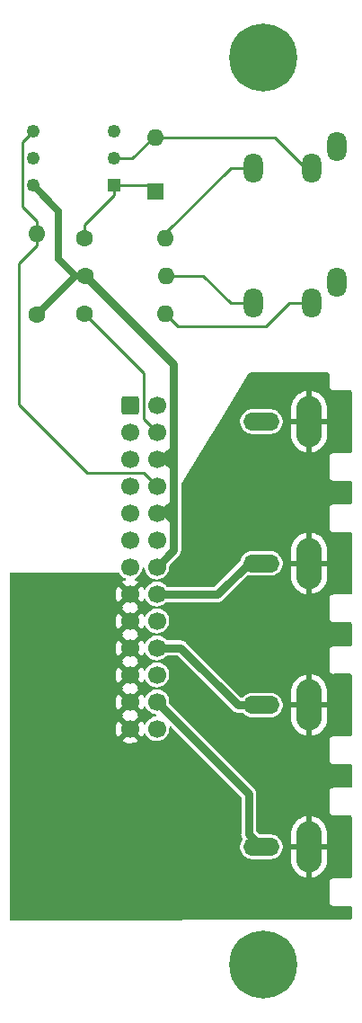
<source format=gbr>
%TF.GenerationSoftware,KiCad,Pcbnew,(6.0.7)*%
%TF.CreationDate,2022-09-20T22:55:45-07:00*%
%TF.ProjectId,waveblaster-to-midi-module,77617665-626c-4617-9374-65722d746f2d,rev?*%
%TF.SameCoordinates,PX525bfc0PY8670810*%
%TF.FileFunction,Copper,L1,Top*%
%TF.FilePolarity,Positive*%
%FSLAX46Y46*%
G04 Gerber Fmt 4.6, Leading zero omitted, Abs format (unit mm)*
G04 Created by KiCad (PCBNEW (6.0.7)) date 2022-09-20 22:55:45*
%MOMM*%
%LPD*%
G01*
G04 APERTURE LIST*
G04 Aperture macros list*
%AMRoundRect*
0 Rectangle with rounded corners*
0 $1 Rounding radius*
0 $2 $3 $4 $5 $6 $7 $8 $9 X,Y pos of 4 corners*
0 Add a 4 corners polygon primitive as box body*
4,1,4,$2,$3,$4,$5,$6,$7,$8,$9,$2,$3,0*
0 Add four circle primitives for the rounded corners*
1,1,$1+$1,$2,$3*
1,1,$1+$1,$4,$5*
1,1,$1+$1,$6,$7*
1,1,$1+$1,$8,$9*
0 Add four rect primitives between the rounded corners*
20,1,$1+$1,$2,$3,$4,$5,0*
20,1,$1+$1,$4,$5,$6,$7,0*
20,1,$1+$1,$6,$7,$8,$9,0*
20,1,$1+$1,$8,$9,$2,$3,0*%
G04 Aperture macros list end*
%TA.AperFunction,ComponentPad*%
%ADD10RoundRect,0.250000X-0.600000X-0.600000X0.600000X-0.600000X0.600000X0.600000X-0.600000X0.600000X0*%
%TD*%
%TA.AperFunction,ComponentPad*%
%ADD11C,1.700000*%
%TD*%
%TA.AperFunction,ComponentPad*%
%ADD12C,6.400000*%
%TD*%
%TA.AperFunction,ComponentPad*%
%ADD13O,1.800000X2.800000*%
%TD*%
%TA.AperFunction,ComponentPad*%
%ADD14C,1.600000*%
%TD*%
%TA.AperFunction,ComponentPad*%
%ADD15O,1.600000X1.600000*%
%TD*%
%TA.AperFunction,ComponentPad*%
%ADD16R,1.248000X1.248000*%
%TD*%
%TA.AperFunction,ComponentPad*%
%ADD17C,1.248000*%
%TD*%
%TA.AperFunction,ComponentPad*%
%ADD18O,2.400000X4.800000*%
%TD*%
%TA.AperFunction,ComponentPad*%
%ADD19O,3.400000X1.700000*%
%TD*%
%TA.AperFunction,ComponentPad*%
%ADD20R,1.600000X1.600000*%
%TD*%
%TA.AperFunction,Conductor*%
%ADD21C,0.635000*%
%TD*%
%TA.AperFunction,Conductor*%
%ADD22C,0.800000*%
%TD*%
%TA.AperFunction,Conductor*%
%ADD23C,0.254000*%
%TD*%
G04 APERTURE END LIST*
D10*
%TO.P,J7,1,Pin_1*%
%TO.N,GND*%
X168700000Y-89800000D03*
D11*
%TO.P,J7,2,Pin_2*%
%TO.N,unconnected-(J7-Pad2)*%
X171240000Y-89800000D03*
%TO.P,J7,3,Pin_3*%
%TO.N,GND*%
X168700000Y-92340000D03*
%TO.P,J7,4,Pin_4*%
%TO.N,WT_TX*%
X171240000Y-92340000D03*
%TO.P,J7,5,Pin_5*%
%TO.N,GND*%
X168700000Y-94880000D03*
%TO.P,J7,6,Pin_6*%
%TO.N,+5V*%
X171240000Y-94880000D03*
%TO.P,J7,7,Pin_7*%
%TO.N,GND*%
X168700000Y-97420000D03*
%TO.P,J7,8,Pin_8*%
%TO.N,WT_RX*%
X171240000Y-97420000D03*
%TO.P,J7,9,Pin_9*%
%TO.N,GND*%
X168700000Y-99960000D03*
%TO.P,J7,10,Pin_10*%
%TO.N,+5V*%
X171240000Y-99960000D03*
%TO.P,J7,11,Pin_11*%
%TO.N,GND*%
X168700000Y-102500000D03*
%TO.P,J7,12,Pin_12*%
%TO.N,WT_AUDIO_R_IN*%
X171240000Y-102500000D03*
%TO.P,J7,13,Pin_13*%
%TO.N,unconnected-(J7-Pad13)*%
X168700000Y-105040000D03*
%TO.P,J7,14,Pin_14*%
%TO.N,+5V*%
X171240000Y-105040000D03*
%TO.P,J7,15,Pin_15*%
%TO.N,GNDA*%
X168700000Y-107580000D03*
%TO.P,J7,16,Pin_16*%
%TO.N,WT_AUDIO_L_IN*%
X171240000Y-107580000D03*
%TO.P,J7,17,Pin_17*%
%TO.N,GNDA*%
X168700000Y-110120000D03*
%TO.P,J7,18,Pin_18*%
%TO.N,+12V*%
X171240000Y-110120000D03*
%TO.P,J7,19,Pin_19*%
%TO.N,GNDA*%
X168700000Y-112660000D03*
%TO.P,J7,20,Pin_20*%
%TO.N,WT_AUDIO_R_OUT*%
X171240000Y-112660000D03*
%TO.P,J7,21,Pin_21*%
%TO.N,GNDA*%
X168700000Y-115200000D03*
%TO.P,J7,22,Pin_22*%
%TO.N,-12V*%
X171240000Y-115200000D03*
%TO.P,J7,23,Pin_23*%
%TO.N,GNDA*%
X168700000Y-117740000D03*
%TO.P,J7,24,Pin_24*%
%TO.N,WT_AUDIO_L_OUT*%
X171240000Y-117740000D03*
%TO.P,J7,25,Pin_25*%
%TO.N,GNDA*%
X168700000Y-120280000D03*
%TO.P,J7,26,Pin_26*%
%TO.N,~{RESET}*%
X171240000Y-120280000D03*
%TD*%
D12*
%TO.P,H1,1,1*%
%TO.N,unconnected-(H1-Pad1)*%
X181216000Y-57100000D03*
%TO.P,H1,2,2*%
%TO.N,unconnected-(H1-Pad2)*%
X181216000Y-142500000D03*
%TD*%
D13*
%TO.P,J1,R*%
%TO.N,Net-(J1-PadR)*%
X180300000Y-80190000D03*
%TO.P,J1,S*%
%TO.N,GND*%
X188200000Y-78190000D03*
%TO.P,J1,T*%
%TO.N,Net-(J1-PadT)*%
X185800000Y-80190000D03*
%TD*%
D14*
%TO.P,R4,1*%
%TO.N,+5V*%
X164490000Y-77600000D03*
D15*
%TO.P,R4,2*%
%TO.N,Net-(J1-PadR)*%
X172110000Y-77600000D03*
%TD*%
D16*
%TO.P,U1,1*%
%TO.N,Net-(D1-Pad1)*%
X167160000Y-69100000D03*
D17*
%TO.P,U1,2*%
%TO.N,Net-(D1-Pad2)*%
X167160000Y-66560000D03*
%TO.P,U1,3*%
%TO.N,unconnected-(U1-Pad3)*%
X167160000Y-64020000D03*
%TO.P,U1,4*%
%TO.N,WT_RX*%
X159540000Y-64020000D03*
%TO.P,U1,5*%
%TO.N,GND*%
X159540000Y-66560000D03*
%TO.P,U1,6*%
%TO.N,+5V*%
X159540000Y-69100000D03*
%TD*%
D18*
%TO.P,J3,1*%
%TO.N,GNDA*%
X185580000Y-118050000D03*
D19*
%TO.P,J3,2*%
%TO.N,WT_AUDIO_R_OUT*%
X181080000Y-118050000D03*
%TD*%
D14*
%TO.P,R3,1*%
%TO.N,WT_TX*%
X164440000Y-81190000D03*
D15*
%TO.P,R3,2*%
%TO.N,Net-(J1-PadT)*%
X172060000Y-81190000D03*
%TD*%
D20*
%TO.P,D1,1,K*%
%TO.N,Net-(D1-Pad1)*%
X171070000Y-69649300D03*
D15*
%TO.P,D1,2,A*%
%TO.N,Net-(D1-Pad2)*%
X171070000Y-64569300D03*
%TD*%
D13*
%TO.P,J2,R*%
%TO.N,Net-(J2-PadR)*%
X180300000Y-67480000D03*
%TO.P,J2,S*%
%TO.N,unconnected-(J2-PadS)*%
X188200000Y-65480000D03*
%TO.P,J2,T*%
%TO.N,Net-(D1-Pad2)*%
X185800000Y-67480000D03*
%TD*%
D18*
%TO.P,J4,1*%
%TO.N,GNDA*%
X185580000Y-131400000D03*
D19*
%TO.P,J4,2*%
%TO.N,WT_AUDIO_L_OUT*%
X181080000Y-131400000D03*
%TD*%
D14*
%TO.P,R2,1*%
%TO.N,Net-(D1-Pad1)*%
X164440000Y-74060000D03*
D15*
%TO.P,R2,2*%
%TO.N,Net-(J2-PadR)*%
X172060000Y-74060000D03*
%TD*%
D18*
%TO.P,J5,1*%
%TO.N,GNDA*%
X185580000Y-91350000D03*
D19*
%TO.P,J5,2*%
%TO.N,WT_AUDIO_R_IN*%
X181080000Y-91350000D03*
%TD*%
D14*
%TO.P,R1,1*%
%TO.N,+5V*%
X159930000Y-81240000D03*
D15*
%TO.P,R1,2*%
%TO.N,WT_RX*%
X159930000Y-73620000D03*
%TD*%
D18*
%TO.P,J6,1*%
%TO.N,GNDA*%
X185580000Y-104700000D03*
D19*
%TO.P,J6,2*%
%TO.N,WT_AUDIO_L_IN*%
X181080000Y-104700000D03*
%TD*%
D21*
%TO.N,+5V*%
X171920000Y-94870000D02*
X172580000Y-95530000D01*
D22*
X172800000Y-85910000D02*
X172800000Y-94850000D01*
D21*
X172800000Y-94880000D02*
X171240000Y-94880000D01*
X171910070Y-99940000D02*
X172570070Y-100600000D01*
X163570000Y-77600000D02*
X164490000Y-77600000D01*
X172790070Y-99950000D02*
X171230070Y-99950000D01*
X172770000Y-94880000D02*
X171240000Y-94880000D01*
X171970000Y-94780000D02*
X172630000Y-94120000D01*
D22*
X172800000Y-103480000D02*
X172800000Y-94880000D01*
X164490000Y-77600000D02*
X172800000Y-85910000D01*
D21*
X159930000Y-81240000D02*
X163570000Y-77600000D01*
X161965000Y-75995000D02*
X163570000Y-77600000D01*
X159540000Y-69100000D02*
X161965000Y-71525000D01*
X161965000Y-71525000D02*
X161965000Y-75995000D01*
X171960070Y-99850000D02*
X172620070Y-99190000D01*
D22*
X171240000Y-105040000D02*
X172800000Y-103480000D01*
D21*
X172760070Y-99950000D02*
X171230070Y-99950000D01*
X172800000Y-94850000D02*
X172770000Y-94880000D01*
D23*
%TO.N,WT_RX*%
X159930000Y-73620000D02*
X159930000Y-74747100D01*
X158547000Y-71109900D02*
X158547000Y-65013000D01*
X159930000Y-73056400D02*
X159930000Y-72492900D01*
X164680000Y-96150000D02*
X169970000Y-96150000D01*
X158250000Y-89720000D02*
X164680000Y-96150000D01*
X169970000Y-96150000D02*
X171240000Y-97420000D01*
X159930000Y-74747100D02*
X158250000Y-76427100D01*
X159930000Y-72492900D02*
X158547000Y-71109900D01*
X158547000Y-65013000D02*
X159540000Y-64020000D01*
X159930000Y-73056400D02*
X159930000Y-73620000D01*
X158250000Y-76427100D02*
X158250000Y-89720000D01*
%TO.N,WT_TX*%
X170000000Y-91100000D02*
X171240000Y-92340000D01*
X170000000Y-86750000D02*
X170000000Y-91100000D01*
X164440000Y-81190000D02*
X170000000Y-86750000D01*
%TO.N,Net-(J1-PadR)*%
X180300000Y-80190000D02*
X178172900Y-80190000D01*
X175582900Y-77600000D02*
X172110000Y-77600000D01*
X178172900Y-80190000D02*
X175582900Y-77600000D01*
%TO.N,Net-(J1-PadT)*%
X183672900Y-80190000D02*
X184900000Y-80190000D01*
X181512900Y-82350000D02*
X183672900Y-80190000D01*
X173220000Y-82350000D02*
X181512900Y-82350000D01*
X172060000Y-81190000D02*
X173220000Y-82350000D01*
%TO.N,Net-(D1-Pad1)*%
X170520700Y-69100000D02*
X167160000Y-69100000D01*
X164440000Y-74060000D02*
X164440000Y-72771100D01*
X167160000Y-69100000D02*
X167160000Y-70051100D01*
X171070000Y-69649300D02*
X170520700Y-69100000D01*
X164440000Y-72771100D02*
X167160000Y-70051100D01*
D22*
%TO.N,WT_AUDIO_L_IN*%
X176930000Y-107650000D02*
X171310000Y-107650000D01*
X179880000Y-104700000D02*
X176930000Y-107650000D01*
X181080000Y-104700000D02*
X179880000Y-104700000D01*
X171310000Y-107650000D02*
X171240000Y-107580000D01*
%TO.N,WT_AUDIO_L_OUT*%
X179880000Y-130200000D02*
X179880000Y-126380000D01*
X179880000Y-126380000D02*
X171240000Y-117740000D01*
X181080000Y-131400000D02*
X179880000Y-130200000D01*
X181080000Y-131686000D02*
X181080000Y-131400000D01*
%TO.N,WT_AUDIO_R_OUT*%
X180794000Y-118050000D02*
X178850000Y-118050000D01*
X173460000Y-112660000D02*
X171240000Y-112660000D01*
X178850000Y-118050000D02*
X173460000Y-112660000D01*
D23*
%TO.N,Net-(D1-Pad2)*%
X170910700Y-64569300D02*
X182359300Y-64569300D01*
X167160000Y-66560000D02*
X168920000Y-66560000D01*
X185270000Y-67480000D02*
X185800000Y-67480000D01*
X182359300Y-64569300D02*
X185270000Y-67480000D01*
X168920000Y-66560000D02*
X170910700Y-64569300D01*
%TO.N,Net-(J2-PadR)*%
X172060000Y-73592900D02*
X178172900Y-67480000D01*
X178172900Y-67480000D02*
X180300000Y-67480000D01*
X172060000Y-74060000D02*
X172060000Y-73592900D01*
%TD*%
%TA.AperFunction,Conductor*%
%TO.N,GNDA*%
G36*
X187421526Y-86742335D02*
G01*
X187468067Y-86795949D01*
X187479500Y-86848394D01*
X187479500Y-87958564D01*
X187477949Y-87978274D01*
X187474508Y-88000000D01*
X187479500Y-88031519D01*
X187494354Y-88125304D01*
X187551950Y-88238342D01*
X187641658Y-88328050D01*
X187754696Y-88385646D01*
X187764485Y-88387196D01*
X187764487Y-88387197D01*
X187870207Y-88403941D01*
X187880000Y-88405492D01*
X187901726Y-88402051D01*
X187921436Y-88400500D01*
X189470758Y-88400500D01*
X189538879Y-88420502D01*
X189585372Y-88474158D01*
X189596758Y-88526493D01*
X189596827Y-90019249D01*
X189597020Y-94173494D01*
X189577021Y-94241616D01*
X189523368Y-94288111D01*
X189471020Y-94299500D01*
X187921436Y-94299500D01*
X187901726Y-94297949D01*
X187889793Y-94296059D01*
X187880000Y-94294508D01*
X187848481Y-94299500D01*
X187754696Y-94314354D01*
X187641658Y-94371950D01*
X187551950Y-94461658D01*
X187494354Y-94574696D01*
X187492804Y-94584485D01*
X187492803Y-94584487D01*
X187479487Y-94668561D01*
X187474508Y-94700000D01*
X187476059Y-94709793D01*
X187477949Y-94721726D01*
X187479500Y-94741436D01*
X187479500Y-96458564D01*
X187477949Y-96478274D01*
X187474508Y-96500000D01*
X187479500Y-96531519D01*
X187494354Y-96625304D01*
X187551950Y-96738342D01*
X187641658Y-96828050D01*
X187754696Y-96885646D01*
X187764485Y-96887196D01*
X187764487Y-96887197D01*
X187870207Y-96903941D01*
X187880000Y-96905492D01*
X187901726Y-96902051D01*
X187921436Y-96900500D01*
X189471153Y-96900500D01*
X189539274Y-96920502D01*
X189585767Y-96974158D01*
X189597153Y-97026494D01*
X189597246Y-99023494D01*
X189577247Y-99091616D01*
X189523594Y-99138111D01*
X189471246Y-99149500D01*
X187921436Y-99149500D01*
X187901726Y-99147949D01*
X187889793Y-99146059D01*
X187880000Y-99144508D01*
X187848481Y-99149500D01*
X187754696Y-99164354D01*
X187641658Y-99221950D01*
X187551950Y-99311658D01*
X187494354Y-99424696D01*
X187474508Y-99550000D01*
X187476059Y-99559793D01*
X187477949Y-99571726D01*
X187479500Y-99591436D01*
X187479500Y-101308564D01*
X187477949Y-101328274D01*
X187474508Y-101350000D01*
X187479500Y-101381519D01*
X187494354Y-101475304D01*
X187551950Y-101588342D01*
X187641658Y-101678050D01*
X187754696Y-101735646D01*
X187764485Y-101737196D01*
X187764487Y-101737197D01*
X187870207Y-101753941D01*
X187880000Y-101755492D01*
X187901726Y-101752051D01*
X187921436Y-101750500D01*
X189471379Y-101750500D01*
X189539500Y-101770502D01*
X189585993Y-101824158D01*
X189597379Y-101876493D01*
X189597473Y-103895932D01*
X189597641Y-107523494D01*
X189577642Y-107591616D01*
X189523989Y-107638111D01*
X189471641Y-107649500D01*
X187921436Y-107649500D01*
X187901726Y-107647949D01*
X187889793Y-107646059D01*
X187880000Y-107644508D01*
X187848481Y-107649500D01*
X187754696Y-107664354D01*
X187641658Y-107721950D01*
X187551950Y-107811658D01*
X187494354Y-107924696D01*
X187474508Y-108050000D01*
X187476059Y-108059793D01*
X187477949Y-108071726D01*
X187479500Y-108091436D01*
X187479500Y-109808564D01*
X187477949Y-109828274D01*
X187474508Y-109850000D01*
X187479500Y-109881519D01*
X187494354Y-109975304D01*
X187551950Y-110088342D01*
X187641658Y-110178050D01*
X187754696Y-110235646D01*
X187764485Y-110237196D01*
X187764487Y-110237197D01*
X187870207Y-110253941D01*
X187880000Y-110255492D01*
X187901726Y-110252051D01*
X187921436Y-110250500D01*
X189471774Y-110250500D01*
X189539895Y-110270502D01*
X189586388Y-110324158D01*
X189597774Y-110376493D01*
X189597804Y-111021683D01*
X189597866Y-112373494D01*
X189577867Y-112441616D01*
X189524214Y-112488111D01*
X189471866Y-112499500D01*
X187921436Y-112499500D01*
X187901726Y-112497949D01*
X187889793Y-112496059D01*
X187880000Y-112494508D01*
X187848481Y-112499500D01*
X187754696Y-112514354D01*
X187641658Y-112571950D01*
X187551950Y-112661658D01*
X187494354Y-112774696D01*
X187474508Y-112900000D01*
X187476059Y-112909793D01*
X187477949Y-112921726D01*
X187479500Y-112941436D01*
X187479500Y-114658564D01*
X187477949Y-114678274D01*
X187474508Y-114700000D01*
X187479500Y-114731519D01*
X187494354Y-114825304D01*
X187551950Y-114938342D01*
X187641658Y-115028050D01*
X187754696Y-115085646D01*
X187764485Y-115087196D01*
X187764487Y-115087197D01*
X187870207Y-115103941D01*
X187880000Y-115105492D01*
X187901726Y-115102051D01*
X187921436Y-115100500D01*
X189471999Y-115100500D01*
X189540120Y-115120502D01*
X189586613Y-115174158D01*
X189597999Y-115226493D01*
X189598124Y-117921503D01*
X189598261Y-120873494D01*
X189578262Y-120941616D01*
X189524609Y-120988111D01*
X189472261Y-120999500D01*
X187921436Y-120999500D01*
X187901726Y-120997949D01*
X187889793Y-120996059D01*
X187880000Y-120994508D01*
X187848481Y-120999500D01*
X187754696Y-121014354D01*
X187641658Y-121071950D01*
X187551950Y-121161658D01*
X187494354Y-121274696D01*
X187492804Y-121284485D01*
X187492803Y-121284487D01*
X187477488Y-121381184D01*
X187474508Y-121400000D01*
X187476059Y-121409793D01*
X187477949Y-121421726D01*
X187479500Y-121441436D01*
X187479500Y-123158564D01*
X187477949Y-123178274D01*
X187474508Y-123200000D01*
X187479500Y-123231519D01*
X187494354Y-123325304D01*
X187551950Y-123438342D01*
X187641658Y-123528050D01*
X187754696Y-123585646D01*
X187764485Y-123587196D01*
X187764487Y-123587197D01*
X187870207Y-123603941D01*
X187880000Y-123605492D01*
X187901726Y-123602051D01*
X187921436Y-123600500D01*
X189472395Y-123600500D01*
X189540516Y-123620502D01*
X189587009Y-123674158D01*
X189598395Y-123726494D01*
X189598487Y-125723494D01*
X189578488Y-125791616D01*
X189524835Y-125838111D01*
X189472487Y-125849500D01*
X187921436Y-125849500D01*
X187901726Y-125847949D01*
X187889793Y-125846059D01*
X187880000Y-125844508D01*
X187870207Y-125846059D01*
X187858274Y-125847949D01*
X187848481Y-125849500D01*
X187754696Y-125864354D01*
X187641658Y-125921950D01*
X187551950Y-126011658D01*
X187494354Y-126124696D01*
X187492804Y-126134485D01*
X187492803Y-126134487D01*
X187483527Y-126193053D01*
X187474508Y-126250000D01*
X187476059Y-126259793D01*
X187477949Y-126271726D01*
X187479500Y-126291436D01*
X187479500Y-128008564D01*
X187477949Y-128028274D01*
X187474508Y-128050000D01*
X187479500Y-128081519D01*
X187494354Y-128175304D01*
X187551950Y-128288342D01*
X187641658Y-128378050D01*
X187754696Y-128435646D01*
X187764485Y-128437196D01*
X187764487Y-128437197D01*
X187870207Y-128453941D01*
X187880000Y-128455492D01*
X187901726Y-128452051D01*
X187921436Y-128450500D01*
X189472620Y-128450500D01*
X189540741Y-128470502D01*
X189587234Y-128524158D01*
X189598620Y-128576493D01*
X189598716Y-130647147D01*
X189598882Y-134223494D01*
X189578883Y-134291616D01*
X189525230Y-134338111D01*
X189472882Y-134349500D01*
X187921436Y-134349500D01*
X187901726Y-134347949D01*
X187889793Y-134346059D01*
X187880000Y-134344508D01*
X187848481Y-134349500D01*
X187754696Y-134364354D01*
X187641658Y-134421950D01*
X187551950Y-134511658D01*
X187494354Y-134624696D01*
X187474508Y-134750000D01*
X187476059Y-134759793D01*
X187477949Y-134771726D01*
X187479500Y-134791436D01*
X187479500Y-136508564D01*
X187477949Y-136528274D01*
X187474508Y-136550000D01*
X187479500Y-136581519D01*
X187494354Y-136675304D01*
X187551950Y-136788342D01*
X187641658Y-136878050D01*
X187754696Y-136935646D01*
X187764485Y-136937196D01*
X187764487Y-136937197D01*
X187870207Y-136953941D01*
X187880000Y-136955492D01*
X187901726Y-136952051D01*
X187921436Y-136950500D01*
X189473015Y-136950500D01*
X189541136Y-136970502D01*
X189587629Y-137024158D01*
X189599015Y-137076494D01*
X189599064Y-138128459D01*
X189579065Y-138196581D01*
X189525412Y-138243076D01*
X189473369Y-138254465D01*
X157506805Y-138331888D01*
X157438636Y-138312051D01*
X157392013Y-138258508D01*
X157380500Y-138205888D01*
X157380500Y-132663687D01*
X183872000Y-132663687D01*
X183872181Y-132668453D01*
X183886321Y-132854347D01*
X183887763Y-132863770D01*
X183944281Y-133107601D01*
X183947137Y-133116714D01*
X184039880Y-133349177D01*
X184044083Y-133357757D01*
X184170923Y-133573518D01*
X184176374Y-133581361D01*
X184334393Y-133775457D01*
X184340966Y-133782383D01*
X184526521Y-133950340D01*
X184534073Y-133956198D01*
X184742902Y-134094157D01*
X184751239Y-134098798D01*
X184978535Y-134203582D01*
X184987489Y-134206912D01*
X185228027Y-134276113D01*
X185237361Y-134278045D01*
X185308034Y-134287162D01*
X185322264Y-134284904D01*
X185326000Y-134271829D01*
X185326000Y-134271578D01*
X185834000Y-134271578D01*
X185837773Y-134284429D01*
X185852870Y-134286349D01*
X186001308Y-134260042D01*
X186010540Y-134257671D01*
X186247556Y-134177215D01*
X186256325Y-134173475D01*
X186478447Y-134058091D01*
X186486547Y-134053069D01*
X186688659Y-133905416D01*
X186695915Y-133899219D01*
X186873356Y-133722704D01*
X186879596Y-133715475D01*
X187028300Y-133514147D01*
X187033370Y-133506066D01*
X187149910Y-133284560D01*
X187153699Y-133275804D01*
X187235395Y-133039212D01*
X187237814Y-133029990D01*
X187282917Y-132783031D01*
X187283853Y-132775025D01*
X187287912Y-132697573D01*
X187288000Y-132694237D01*
X187288000Y-131672115D01*
X187283525Y-131656876D01*
X187282135Y-131655671D01*
X187274452Y-131654000D01*
X185852115Y-131654000D01*
X185836876Y-131658475D01*
X185835671Y-131659865D01*
X185834000Y-131667548D01*
X185834000Y-134271578D01*
X185326000Y-134271578D01*
X185326000Y-131672115D01*
X185321525Y-131656876D01*
X185320135Y-131655671D01*
X185312452Y-131654000D01*
X183890115Y-131654000D01*
X183874876Y-131658475D01*
X183873671Y-131659865D01*
X183872000Y-131667548D01*
X183872000Y-132663687D01*
X157380500Y-132663687D01*
X157380500Y-121404853D01*
X167939977Y-121404853D01*
X167945258Y-121411907D01*
X168106756Y-121506279D01*
X168116042Y-121510729D01*
X168315001Y-121586703D01*
X168324899Y-121589579D01*
X168533595Y-121632038D01*
X168543823Y-121633257D01*
X168756650Y-121641062D01*
X168766936Y-121640595D01*
X168978185Y-121613534D01*
X168988262Y-121611392D01*
X169192255Y-121550191D01*
X169201842Y-121546433D01*
X169393098Y-121452738D01*
X169401944Y-121447465D01*
X169449247Y-121413723D01*
X169457648Y-121403023D01*
X169450660Y-121389870D01*
X168712812Y-120652022D01*
X168698868Y-120644408D01*
X168697035Y-120644539D01*
X168690420Y-120648790D01*
X167946737Y-121392473D01*
X167939977Y-121404853D01*
X157380500Y-121404853D01*
X157380500Y-120251863D01*
X167338050Y-120251863D01*
X167350309Y-120464477D01*
X167351745Y-120474697D01*
X167398565Y-120682446D01*
X167401645Y-120692275D01*
X167481770Y-120889603D01*
X167486413Y-120898794D01*
X167566460Y-121029420D01*
X167576916Y-121038880D01*
X167585694Y-121035096D01*
X168327978Y-120292812D01*
X168335592Y-120278868D01*
X168335461Y-120277035D01*
X168331210Y-120270420D01*
X167589849Y-119529059D01*
X167578313Y-119522759D01*
X167566031Y-119532382D01*
X167518089Y-119602662D01*
X167513004Y-119611613D01*
X167423338Y-119804783D01*
X167419775Y-119814470D01*
X167362864Y-120019681D01*
X167360933Y-120029800D01*
X167338302Y-120241574D01*
X167338050Y-120251863D01*
X157380500Y-120251863D01*
X157380500Y-118864853D01*
X167939977Y-118864853D01*
X167945258Y-118871907D01*
X167992479Y-118899501D01*
X168041203Y-118951139D01*
X168054274Y-119020922D01*
X168027543Y-119086694D01*
X167987087Y-119120053D01*
X167978466Y-119124541D01*
X167969734Y-119130039D01*
X167949677Y-119145099D01*
X167941223Y-119156427D01*
X167947968Y-119168758D01*
X168687188Y-119907978D01*
X168701132Y-119915592D01*
X168702965Y-119915461D01*
X168709580Y-119911210D01*
X169453389Y-119167401D01*
X169460410Y-119154544D01*
X169453611Y-119145213D01*
X169449559Y-119142521D01*
X169412116Y-119121852D01*
X169362145Y-119071420D01*
X169347373Y-119001977D01*
X169372489Y-118935572D01*
X169399840Y-118908965D01*
X169449247Y-118873723D01*
X169457648Y-118863023D01*
X169450660Y-118849870D01*
X168712812Y-118112022D01*
X168698868Y-118104408D01*
X168697035Y-118104539D01*
X168690420Y-118108790D01*
X167946737Y-118852473D01*
X167939977Y-118864853D01*
X157380500Y-118864853D01*
X157380500Y-117711863D01*
X167338050Y-117711863D01*
X167350309Y-117924477D01*
X167351745Y-117934697D01*
X167398565Y-118142446D01*
X167401645Y-118152275D01*
X167481770Y-118349603D01*
X167486413Y-118358794D01*
X167566460Y-118489420D01*
X167576916Y-118498880D01*
X167585694Y-118495096D01*
X168327978Y-117752812D01*
X168335592Y-117738868D01*
X168335461Y-117737035D01*
X168331210Y-117730420D01*
X167589849Y-116989059D01*
X167578313Y-116982759D01*
X167566031Y-116992382D01*
X167518089Y-117062662D01*
X167513004Y-117071613D01*
X167423338Y-117264783D01*
X167419775Y-117274470D01*
X167362864Y-117479681D01*
X167360933Y-117489800D01*
X167338302Y-117701574D01*
X167338050Y-117711863D01*
X157380500Y-117711863D01*
X157380500Y-116324853D01*
X167939977Y-116324853D01*
X167945258Y-116331907D01*
X167992479Y-116359501D01*
X168041203Y-116411139D01*
X168054274Y-116480922D01*
X168027543Y-116546694D01*
X167987087Y-116580053D01*
X167978466Y-116584541D01*
X167969734Y-116590039D01*
X167949677Y-116605099D01*
X167941223Y-116616427D01*
X167947968Y-116628758D01*
X168687188Y-117367978D01*
X168701132Y-117375592D01*
X168702965Y-117375461D01*
X168709580Y-117371210D01*
X169453389Y-116627401D01*
X169460410Y-116614544D01*
X169453611Y-116605213D01*
X169449559Y-116602521D01*
X169412116Y-116581852D01*
X169362145Y-116531420D01*
X169347373Y-116461977D01*
X169372489Y-116395572D01*
X169399840Y-116368965D01*
X169449247Y-116333723D01*
X169457648Y-116323023D01*
X169450660Y-116309870D01*
X168712812Y-115572022D01*
X168698868Y-115564408D01*
X168697035Y-115564539D01*
X168690420Y-115568790D01*
X167946737Y-116312473D01*
X167939977Y-116324853D01*
X157380500Y-116324853D01*
X157380500Y-115171863D01*
X167338050Y-115171863D01*
X167350309Y-115384477D01*
X167351745Y-115394697D01*
X167398565Y-115602446D01*
X167401645Y-115612275D01*
X167481770Y-115809603D01*
X167486413Y-115818794D01*
X167566460Y-115949420D01*
X167576916Y-115958880D01*
X167585694Y-115955096D01*
X168327978Y-115212812D01*
X168335592Y-115198868D01*
X168335461Y-115197035D01*
X168331210Y-115190420D01*
X167589849Y-114449059D01*
X167578313Y-114442759D01*
X167566031Y-114452382D01*
X167518089Y-114522662D01*
X167513004Y-114531613D01*
X167423338Y-114724783D01*
X167419775Y-114734470D01*
X167362864Y-114939681D01*
X167360933Y-114949800D01*
X167338302Y-115161574D01*
X167338050Y-115171863D01*
X157380500Y-115171863D01*
X157380500Y-113784853D01*
X167939977Y-113784853D01*
X167945258Y-113791907D01*
X167992479Y-113819501D01*
X168041203Y-113871139D01*
X168054274Y-113940922D01*
X168027543Y-114006694D01*
X167987087Y-114040053D01*
X167978466Y-114044541D01*
X167969734Y-114050039D01*
X167949677Y-114065099D01*
X167941223Y-114076427D01*
X167947968Y-114088758D01*
X168687188Y-114827978D01*
X168701132Y-114835592D01*
X168702965Y-114835461D01*
X168709580Y-114831210D01*
X169453389Y-114087401D01*
X169460410Y-114074544D01*
X169453611Y-114065213D01*
X169449559Y-114062521D01*
X169412116Y-114041852D01*
X169362145Y-113991420D01*
X169347373Y-113921977D01*
X169372489Y-113855572D01*
X169399840Y-113828965D01*
X169449247Y-113793723D01*
X169457648Y-113783023D01*
X169450660Y-113769870D01*
X168712812Y-113032022D01*
X168698868Y-113024408D01*
X168697035Y-113024539D01*
X168690420Y-113028790D01*
X167946737Y-113772473D01*
X167939977Y-113784853D01*
X157380500Y-113784853D01*
X157380500Y-112631863D01*
X167338050Y-112631863D01*
X167350309Y-112844477D01*
X167351745Y-112854697D01*
X167398565Y-113062446D01*
X167401645Y-113072275D01*
X167481770Y-113269603D01*
X167486413Y-113278794D01*
X167566460Y-113409420D01*
X167576916Y-113418880D01*
X167585694Y-113415096D01*
X168327978Y-112672812D01*
X168335592Y-112658868D01*
X168335461Y-112657035D01*
X168331210Y-112650420D01*
X167589849Y-111909059D01*
X167578313Y-111902759D01*
X167566031Y-111912382D01*
X167518089Y-111982662D01*
X167513004Y-111991613D01*
X167423338Y-112184783D01*
X167419775Y-112194470D01*
X167362864Y-112399681D01*
X167360933Y-112409800D01*
X167338302Y-112621574D01*
X167338050Y-112631863D01*
X157380500Y-112631863D01*
X157380500Y-111244853D01*
X167939977Y-111244853D01*
X167945258Y-111251907D01*
X167992479Y-111279501D01*
X168041203Y-111331139D01*
X168054274Y-111400922D01*
X168027543Y-111466694D01*
X167987087Y-111500053D01*
X167978466Y-111504541D01*
X167969734Y-111510039D01*
X167949677Y-111525099D01*
X167941223Y-111536427D01*
X167947968Y-111548758D01*
X168687188Y-112287978D01*
X168701132Y-112295592D01*
X168702965Y-112295461D01*
X168709580Y-112291210D01*
X169453389Y-111547401D01*
X169460410Y-111534544D01*
X169453611Y-111525213D01*
X169449559Y-111522521D01*
X169412116Y-111501852D01*
X169362145Y-111451420D01*
X169347373Y-111381977D01*
X169372489Y-111315572D01*
X169399840Y-111288965D01*
X169449247Y-111253723D01*
X169457648Y-111243023D01*
X169450660Y-111229870D01*
X168712812Y-110492022D01*
X168698868Y-110484408D01*
X168697035Y-110484539D01*
X168690420Y-110488790D01*
X167946737Y-111232473D01*
X167939977Y-111244853D01*
X157380500Y-111244853D01*
X157380500Y-110091863D01*
X167338050Y-110091863D01*
X167350309Y-110304477D01*
X167351745Y-110314697D01*
X167398565Y-110522446D01*
X167401645Y-110532275D01*
X167481770Y-110729603D01*
X167486413Y-110738794D01*
X167566460Y-110869420D01*
X167576916Y-110878880D01*
X167585694Y-110875096D01*
X168327978Y-110132812D01*
X168335592Y-110118868D01*
X168335461Y-110117035D01*
X168331210Y-110110420D01*
X167589849Y-109369059D01*
X167578313Y-109362759D01*
X167566031Y-109372382D01*
X167518089Y-109442662D01*
X167513004Y-109451613D01*
X167423338Y-109644783D01*
X167419775Y-109654470D01*
X167362864Y-109859681D01*
X167360933Y-109869800D01*
X167338302Y-110081574D01*
X167338050Y-110091863D01*
X157380500Y-110091863D01*
X157380500Y-108704853D01*
X167939977Y-108704853D01*
X167945258Y-108711907D01*
X167992479Y-108739501D01*
X168041203Y-108791139D01*
X168054274Y-108860922D01*
X168027543Y-108926694D01*
X167987087Y-108960053D01*
X167978466Y-108964541D01*
X167969734Y-108970039D01*
X167949677Y-108985099D01*
X167941223Y-108996427D01*
X167947968Y-109008758D01*
X168687188Y-109747978D01*
X168701132Y-109755592D01*
X168702965Y-109755461D01*
X168709580Y-109751210D01*
X169453389Y-109007401D01*
X169460410Y-108994544D01*
X169453611Y-108985213D01*
X169449559Y-108982521D01*
X169412116Y-108961852D01*
X169362145Y-108911420D01*
X169347373Y-108841977D01*
X169372489Y-108775572D01*
X169399840Y-108748965D01*
X169449247Y-108713723D01*
X169457648Y-108703023D01*
X169450660Y-108689870D01*
X168712812Y-107952022D01*
X168698868Y-107944408D01*
X168697035Y-107944539D01*
X168690420Y-107948790D01*
X167946737Y-108692473D01*
X167939977Y-108704853D01*
X157380500Y-108704853D01*
X157380500Y-107551863D01*
X167338050Y-107551863D01*
X167350309Y-107764477D01*
X167351745Y-107774697D01*
X167398565Y-107982446D01*
X167401645Y-107992275D01*
X167481770Y-108189603D01*
X167486413Y-108198794D01*
X167566460Y-108329420D01*
X167576916Y-108338880D01*
X167585694Y-108335096D01*
X168327978Y-107592812D01*
X168335592Y-107578868D01*
X168335461Y-107577035D01*
X168331210Y-107570420D01*
X167589849Y-106829059D01*
X167578313Y-106822759D01*
X167566031Y-106832382D01*
X167518089Y-106902662D01*
X167513004Y-106911613D01*
X167423338Y-107104783D01*
X167419775Y-107114470D01*
X167362864Y-107319681D01*
X167360933Y-107329800D01*
X167338302Y-107541574D01*
X167338050Y-107551863D01*
X157380500Y-107551863D01*
X157380500Y-105666196D01*
X157400502Y-105598075D01*
X157454158Y-105551582D01*
X157506613Y-105540196D01*
X163355817Y-105545460D01*
X167582261Y-105549264D01*
X167650364Y-105569327D01*
X167691267Y-105612263D01*
X167692775Y-105614875D01*
X167695195Y-105620124D01*
X167817740Y-105793521D01*
X167969832Y-105941683D01*
X167974628Y-105944888D01*
X167974631Y-105944890D01*
X168002763Y-105963687D01*
X168146377Y-106059647D01*
X168151680Y-106061926D01*
X168151685Y-106061928D01*
X168179293Y-106073789D01*
X168199862Y-106082626D01*
X168254554Y-106127892D01*
X168276092Y-106195543D01*
X168257635Y-106264099D01*
X168205045Y-106311794D01*
X168189271Y-106318157D01*
X168176873Y-106322210D01*
X168167359Y-106326209D01*
X167978466Y-106424540D01*
X167969734Y-106430039D01*
X167949677Y-106445099D01*
X167941223Y-106456427D01*
X167947968Y-106468758D01*
X168687188Y-107207978D01*
X168701132Y-107215592D01*
X168702965Y-107215461D01*
X168709580Y-107211210D01*
X169453389Y-106467401D01*
X169460410Y-106454544D01*
X169453611Y-106445213D01*
X169449554Y-106442518D01*
X169263117Y-106339599D01*
X169253704Y-106335368D01*
X169208197Y-106319253D01*
X169150660Y-106277658D01*
X169124745Y-106211560D01*
X169138679Y-106141945D01*
X169188690Y-106090546D01*
X169357172Y-105996192D01*
X169520420Y-105860420D01*
X169656192Y-105697172D01*
X169759940Y-105511916D01*
X169790565Y-105421699D01*
X169826335Y-105316324D01*
X169826336Y-105316319D01*
X169828191Y-105310855D01*
X169829019Y-105305146D01*
X169829020Y-105305141D01*
X169840387Y-105226742D01*
X169843287Y-105206738D01*
X169872857Y-105142193D01*
X169932628Y-105103881D01*
X170003625Y-105103965D01*
X170063305Y-105142420D01*
X170092722Y-105207036D01*
X170093565Y-105215147D01*
X170093658Y-105215733D01*
X170094036Y-105221503D01*
X170146301Y-105427299D01*
X170235195Y-105620124D01*
X170357740Y-105793521D01*
X170509832Y-105941683D01*
X170514628Y-105944888D01*
X170514631Y-105944890D01*
X170542763Y-105963687D01*
X170686377Y-106059647D01*
X170691685Y-106061928D01*
X170691686Y-106061928D01*
X170876160Y-106141184D01*
X170876163Y-106141185D01*
X170881463Y-106143462D01*
X170887092Y-106144736D01*
X170887093Y-106144736D01*
X171082087Y-106188859D01*
X171144114Y-106223402D01*
X171177618Y-106285996D01*
X171171964Y-106356767D01*
X171128945Y-106413246D01*
X171075617Y-106435932D01*
X170945395Y-106458308D01*
X170945392Y-106458309D01*
X170939705Y-106459286D01*
X170740500Y-106532776D01*
X170558023Y-106641339D01*
X170398385Y-106781337D01*
X170394818Y-106785862D01*
X170394813Y-106785867D01*
X170272663Y-106940814D01*
X170266933Y-106948083D01*
X170264245Y-106953192D01*
X170191702Y-107091074D01*
X170142282Y-107142047D01*
X170073150Y-107158210D01*
X170006254Y-107134431D01*
X169964643Y-107082649D01*
X169902972Y-106940814D01*
X169898105Y-106931739D01*
X169833063Y-106831197D01*
X169822377Y-106821995D01*
X169812812Y-106826398D01*
X169072022Y-107567188D01*
X169064408Y-107581132D01*
X169064539Y-107582965D01*
X169068790Y-107589580D01*
X169810474Y-108331264D01*
X169822484Y-108337823D01*
X169834223Y-108328855D01*
X169865004Y-108286019D01*
X169870315Y-108277180D01*
X169964673Y-108086260D01*
X169965578Y-108083976D01*
X169966191Y-108083191D01*
X169966964Y-108081626D01*
X169967287Y-108081786D01*
X170009253Y-108028003D01*
X170076256Y-108004527D01*
X170145314Y-108021003D01*
X170197155Y-108077609D01*
X170235195Y-108160124D01*
X170357740Y-108333521D01*
X170509832Y-108481683D01*
X170514628Y-108484888D01*
X170514631Y-108484890D01*
X170585886Y-108532501D01*
X170686377Y-108599647D01*
X170691685Y-108601928D01*
X170691686Y-108601928D01*
X170876160Y-108681184D01*
X170876163Y-108681185D01*
X170881463Y-108683462D01*
X170887092Y-108684736D01*
X170887093Y-108684736D01*
X171082087Y-108728859D01*
X171144114Y-108763402D01*
X171177618Y-108825996D01*
X171171964Y-108896767D01*
X171128945Y-108953246D01*
X171075617Y-108975932D01*
X170945395Y-108998308D01*
X170945392Y-108998309D01*
X170939705Y-108999286D01*
X170740500Y-109072776D01*
X170558023Y-109181339D01*
X170398385Y-109321337D01*
X170394818Y-109325862D01*
X170394813Y-109325867D01*
X170272663Y-109480814D01*
X170266933Y-109488083D01*
X170264245Y-109493192D01*
X170191702Y-109631074D01*
X170142282Y-109682047D01*
X170073150Y-109698210D01*
X170006254Y-109674431D01*
X169964643Y-109622649D01*
X169902972Y-109480814D01*
X169898105Y-109471739D01*
X169833063Y-109371197D01*
X169822377Y-109361995D01*
X169812812Y-109366398D01*
X169072022Y-110107188D01*
X169064408Y-110121132D01*
X169064539Y-110122965D01*
X169068790Y-110129580D01*
X169810474Y-110871264D01*
X169822484Y-110877823D01*
X169834223Y-110868855D01*
X169865004Y-110826019D01*
X169870315Y-110817180D01*
X169964673Y-110626260D01*
X169965578Y-110623976D01*
X169966191Y-110623191D01*
X169966964Y-110621626D01*
X169967287Y-110621786D01*
X170009253Y-110568003D01*
X170076256Y-110544527D01*
X170145314Y-110561003D01*
X170197155Y-110617609D01*
X170235195Y-110700124D01*
X170357740Y-110873521D01*
X170509832Y-111021683D01*
X170514628Y-111024888D01*
X170514631Y-111024890D01*
X170585886Y-111072501D01*
X170686377Y-111139647D01*
X170691685Y-111141928D01*
X170691686Y-111141928D01*
X170876160Y-111221184D01*
X170876163Y-111221185D01*
X170881463Y-111223462D01*
X170887092Y-111224736D01*
X170887093Y-111224736D01*
X171082087Y-111268859D01*
X171144114Y-111303402D01*
X171177618Y-111365996D01*
X171171964Y-111436767D01*
X171128945Y-111493246D01*
X171075617Y-111515932D01*
X170945395Y-111538308D01*
X170945392Y-111538309D01*
X170939705Y-111539286D01*
X170740500Y-111612776D01*
X170558023Y-111721339D01*
X170398385Y-111861337D01*
X170394818Y-111865862D01*
X170394813Y-111865867D01*
X170272663Y-112020814D01*
X170266933Y-112028083D01*
X170264245Y-112033192D01*
X170191702Y-112171074D01*
X170142282Y-112222047D01*
X170073150Y-112238210D01*
X170006254Y-112214431D01*
X169964643Y-112162649D01*
X169902972Y-112020814D01*
X169898105Y-112011739D01*
X169833063Y-111911197D01*
X169822377Y-111901995D01*
X169812812Y-111906398D01*
X169072022Y-112647188D01*
X169064408Y-112661132D01*
X169064539Y-112662965D01*
X169068790Y-112669580D01*
X169810474Y-113411264D01*
X169822484Y-113417823D01*
X169834223Y-113408855D01*
X169865004Y-113366019D01*
X169870315Y-113357180D01*
X169964673Y-113166260D01*
X169965578Y-113163976D01*
X169966191Y-113163191D01*
X169966964Y-113161626D01*
X169967287Y-113161786D01*
X170009253Y-113108003D01*
X170076256Y-113084527D01*
X170145314Y-113101003D01*
X170197155Y-113157609D01*
X170235195Y-113240124D01*
X170357740Y-113413521D01*
X170509832Y-113561683D01*
X170514628Y-113564888D01*
X170514631Y-113564890D01*
X170585886Y-113612501D01*
X170686377Y-113679647D01*
X170691685Y-113681928D01*
X170691686Y-113681928D01*
X170876160Y-113761184D01*
X170876163Y-113761185D01*
X170881463Y-113763462D01*
X170887092Y-113764736D01*
X170887093Y-113764736D01*
X171082087Y-113808859D01*
X171144114Y-113843402D01*
X171177618Y-113905996D01*
X171171964Y-113976767D01*
X171128945Y-114033246D01*
X171075617Y-114055932D01*
X170945395Y-114078308D01*
X170945392Y-114078309D01*
X170939705Y-114079286D01*
X170740500Y-114152776D01*
X170558023Y-114261339D01*
X170398385Y-114401337D01*
X170394818Y-114405862D01*
X170394813Y-114405867D01*
X170272663Y-114560814D01*
X170266933Y-114568083D01*
X170264245Y-114573192D01*
X170191702Y-114711074D01*
X170142282Y-114762047D01*
X170073150Y-114778210D01*
X170006254Y-114754431D01*
X169964643Y-114702649D01*
X169902972Y-114560814D01*
X169898105Y-114551739D01*
X169833063Y-114451197D01*
X169822377Y-114441995D01*
X169812812Y-114446398D01*
X169072022Y-115187188D01*
X169064408Y-115201132D01*
X169064539Y-115202965D01*
X169068790Y-115209580D01*
X169810474Y-115951264D01*
X169822484Y-115957823D01*
X169834223Y-115948855D01*
X169865004Y-115906019D01*
X169870315Y-115897180D01*
X169964673Y-115706260D01*
X169965578Y-115703976D01*
X169966191Y-115703191D01*
X169966964Y-115701626D01*
X169967287Y-115701786D01*
X170009253Y-115648003D01*
X170076256Y-115624527D01*
X170145314Y-115641003D01*
X170197155Y-115697609D01*
X170235195Y-115780124D01*
X170357740Y-115953521D01*
X170430202Y-116024111D01*
X170500142Y-116092243D01*
X170509832Y-116101683D01*
X170514628Y-116104888D01*
X170514631Y-116104890D01*
X170585886Y-116152501D01*
X170686377Y-116219647D01*
X170691685Y-116221928D01*
X170691686Y-116221928D01*
X170876160Y-116301184D01*
X170876163Y-116301185D01*
X170881463Y-116303462D01*
X170887092Y-116304736D01*
X170887093Y-116304736D01*
X171082087Y-116348859D01*
X171144114Y-116383402D01*
X171177618Y-116445996D01*
X171171964Y-116516767D01*
X171128945Y-116573246D01*
X171075617Y-116595932D01*
X170945395Y-116618308D01*
X170945392Y-116618309D01*
X170939705Y-116619286D01*
X170740500Y-116692776D01*
X170558023Y-116801339D01*
X170398385Y-116941337D01*
X170394818Y-116945862D01*
X170394813Y-116945867D01*
X170272663Y-117100814D01*
X170266933Y-117108083D01*
X170264245Y-117113192D01*
X170191702Y-117251074D01*
X170142282Y-117302047D01*
X170073150Y-117318210D01*
X170006254Y-117294431D01*
X169964643Y-117242649D01*
X169902972Y-117100814D01*
X169898105Y-117091739D01*
X169833063Y-116991197D01*
X169822377Y-116981995D01*
X169812812Y-116986398D01*
X169072022Y-117727188D01*
X169064408Y-117741132D01*
X169064539Y-117742965D01*
X169068790Y-117749580D01*
X169810474Y-118491264D01*
X169822484Y-118497823D01*
X169834223Y-118488855D01*
X169865004Y-118446019D01*
X169870315Y-118437180D01*
X169964673Y-118246260D01*
X169965578Y-118243976D01*
X169966191Y-118243191D01*
X169966964Y-118241626D01*
X169967287Y-118241786D01*
X170009253Y-118188003D01*
X170076256Y-118164527D01*
X170145314Y-118181003D01*
X170197155Y-118237609D01*
X170235195Y-118320124D01*
X170357740Y-118493521D01*
X170509832Y-118641683D01*
X170514628Y-118644888D01*
X170514631Y-118644890D01*
X170634289Y-118724843D01*
X170686377Y-118759647D01*
X170691685Y-118761928D01*
X170691686Y-118761928D01*
X170876160Y-118841184D01*
X170876163Y-118841185D01*
X170881463Y-118843462D01*
X170887092Y-118844736D01*
X170887093Y-118844736D01*
X171082087Y-118888859D01*
X171144114Y-118923402D01*
X171177618Y-118985996D01*
X171171964Y-119056767D01*
X171128945Y-119113246D01*
X171075617Y-119135932D01*
X170945395Y-119158308D01*
X170945392Y-119158309D01*
X170939705Y-119159286D01*
X170740500Y-119232776D01*
X170558023Y-119341339D01*
X170398385Y-119481337D01*
X170394818Y-119485862D01*
X170394813Y-119485867D01*
X170272663Y-119640814D01*
X170266933Y-119648083D01*
X170264245Y-119653192D01*
X170191702Y-119791074D01*
X170142282Y-119842047D01*
X170073150Y-119858210D01*
X170006254Y-119834431D01*
X169964643Y-119782649D01*
X169902972Y-119640814D01*
X169898105Y-119631739D01*
X169833063Y-119531197D01*
X169822377Y-119521995D01*
X169812812Y-119526398D01*
X169072022Y-120267188D01*
X169064408Y-120281132D01*
X169064539Y-120282965D01*
X169068790Y-120289580D01*
X169810474Y-121031264D01*
X169822484Y-121037823D01*
X169834223Y-121028855D01*
X169865004Y-120986019D01*
X169870315Y-120977180D01*
X169964673Y-120786260D01*
X169965578Y-120783976D01*
X169966191Y-120783191D01*
X169966964Y-120781626D01*
X169967287Y-120781786D01*
X170009253Y-120728003D01*
X170076256Y-120704527D01*
X170145314Y-120721003D01*
X170197155Y-120777609D01*
X170235195Y-120860124D01*
X170357740Y-121033521D01*
X170509832Y-121181683D01*
X170514628Y-121184888D01*
X170514631Y-121184890D01*
X170585886Y-121232501D01*
X170686377Y-121299647D01*
X170691685Y-121301928D01*
X170691686Y-121301928D01*
X170876160Y-121381184D01*
X170876163Y-121381185D01*
X170881463Y-121383462D01*
X170887092Y-121384736D01*
X170887093Y-121384736D01*
X171082921Y-121429048D01*
X171082924Y-121429048D01*
X171088557Y-121430323D01*
X171094328Y-121430550D01*
X171094330Y-121430550D01*
X171159086Y-121433094D01*
X171300723Y-121438659D01*
X171417507Y-121421726D01*
X171505141Y-121409020D01*
X171505146Y-121409019D01*
X171510855Y-121408191D01*
X171516319Y-121406336D01*
X171516324Y-121406335D01*
X171706448Y-121341796D01*
X171711916Y-121339940D01*
X171897172Y-121236192D01*
X172060420Y-121100420D01*
X172196192Y-120937172D01*
X172299940Y-120751916D01*
X172328664Y-120667299D01*
X172366335Y-120556324D01*
X172366336Y-120556319D01*
X172368191Y-120550855D01*
X172369019Y-120545146D01*
X172369020Y-120545141D01*
X172398126Y-120344397D01*
X172398659Y-120340723D01*
X172400249Y-120280000D01*
X172393458Y-120206093D01*
X172407143Y-120136428D01*
X172456319Y-120085221D01*
X172525374Y-120068729D01*
X172592382Y-120092189D01*
X172608024Y-120105469D01*
X179137795Y-126635240D01*
X179171821Y-126697552D01*
X179174700Y-126724335D01*
X179174700Y-130171191D01*
X179174408Y-130179762D01*
X179170493Y-130237184D01*
X179171798Y-130244660D01*
X179171798Y-130244663D01*
X179181430Y-130299850D01*
X179182393Y-130306375D01*
X179190029Y-130369473D01*
X179192713Y-130376577D01*
X179193427Y-130379483D01*
X179197688Y-130395055D01*
X179198539Y-130397874D01*
X179199844Y-130405351D01*
X179202893Y-130412297D01*
X179202894Y-130412300D01*
X179225405Y-130463581D01*
X179227895Y-130469685D01*
X179250370Y-130529163D01*
X179254674Y-130535424D01*
X179256056Y-130538069D01*
X179263871Y-130552110D01*
X179265405Y-130554704D01*
X179268460Y-130561664D01*
X179273087Y-130567694D01*
X179283241Y-130580927D01*
X179308841Y-130647147D01*
X179294576Y-130716696D01*
X179289841Y-130724863D01*
X179196211Y-130873258D01*
X179117530Y-131070471D01*
X179116403Y-131076139D01*
X179116402Y-131076141D01*
X179102507Y-131146000D01*
X179076107Y-131278721D01*
X179076031Y-131284496D01*
X179076031Y-131284500D01*
X179075711Y-131308968D01*
X179073328Y-131491032D01*
X179109286Y-131700295D01*
X179182776Y-131899500D01*
X179291339Y-132081977D01*
X179431337Y-132241615D01*
X179435862Y-132245182D01*
X179435867Y-132245187D01*
X179593549Y-132369493D01*
X179598083Y-132373067D01*
X179603192Y-132375755D01*
X179780880Y-132469241D01*
X179780885Y-132469243D01*
X179785992Y-132471930D01*
X179988771Y-132534895D01*
X180161176Y-132555300D01*
X181983861Y-132555300D01*
X182068671Y-132547507D01*
X182135685Y-132541350D01*
X182135688Y-132541349D01*
X182141439Y-132540821D01*
X182160044Y-132535574D01*
X182340236Y-132484754D01*
X182340235Y-132484754D01*
X182345796Y-132483186D01*
X182536228Y-132389275D01*
X182706358Y-132262233D01*
X182850487Y-132106315D01*
X182963789Y-131926742D01*
X183042470Y-131729529D01*
X183056327Y-131659865D01*
X183082766Y-131526946D01*
X183082766Y-131526944D01*
X183083893Y-131521279D01*
X183084215Y-131496730D01*
X183086596Y-131314750D01*
X183086672Y-131308968D01*
X183055556Y-131127885D01*
X183872000Y-131127885D01*
X183876475Y-131143124D01*
X183877865Y-131144329D01*
X183885548Y-131146000D01*
X185307885Y-131146000D01*
X185323124Y-131141525D01*
X185324329Y-131140135D01*
X185326000Y-131132452D01*
X185326000Y-131127885D01*
X185834000Y-131127885D01*
X185838475Y-131143124D01*
X185839865Y-131144329D01*
X185847548Y-131146000D01*
X187269885Y-131146000D01*
X187285124Y-131141525D01*
X187286329Y-131140135D01*
X187288000Y-131132452D01*
X187288000Y-130136313D01*
X187287819Y-130131547D01*
X187273679Y-129945653D01*
X187272237Y-129936230D01*
X187215719Y-129692399D01*
X187212863Y-129683286D01*
X187120120Y-129450823D01*
X187115917Y-129442243D01*
X186989077Y-129226482D01*
X186983626Y-129218639D01*
X186825607Y-129024543D01*
X186819034Y-129017617D01*
X186633479Y-128849660D01*
X186625927Y-128843802D01*
X186417098Y-128705843D01*
X186408761Y-128701202D01*
X186181465Y-128596418D01*
X186172511Y-128593088D01*
X185931973Y-128523887D01*
X185922639Y-128521955D01*
X185851966Y-128512838D01*
X185837736Y-128515096D01*
X185834000Y-128528171D01*
X185834000Y-131127885D01*
X185326000Y-131127885D01*
X185326000Y-128528422D01*
X185322227Y-128515571D01*
X185307130Y-128513651D01*
X185158692Y-128539958D01*
X185149460Y-128542329D01*
X184912444Y-128622785D01*
X184903675Y-128626525D01*
X184681553Y-128741909D01*
X184673453Y-128746931D01*
X184471341Y-128894584D01*
X184464085Y-128900781D01*
X184286644Y-129077296D01*
X184280404Y-129084525D01*
X184131700Y-129285853D01*
X184126630Y-129293934D01*
X184010090Y-129515440D01*
X184006301Y-129524196D01*
X183924605Y-129760788D01*
X183922186Y-129770010D01*
X183877083Y-130016969D01*
X183876147Y-130024975D01*
X183872088Y-130102427D01*
X183872000Y-130105763D01*
X183872000Y-131127885D01*
X183055556Y-131127885D01*
X183050714Y-131099705D01*
X182977224Y-130900500D01*
X182868661Y-130718023D01*
X182728663Y-130558385D01*
X182724138Y-130554818D01*
X182724133Y-130554813D01*
X182566451Y-130430507D01*
X182566449Y-130430506D01*
X182561917Y-130426933D01*
X182520896Y-130405351D01*
X182379120Y-130330759D01*
X182379115Y-130330757D01*
X182374008Y-130328070D01*
X182171229Y-130265105D01*
X181998824Y-130244700D01*
X180974334Y-130244700D01*
X180906213Y-130224698D01*
X180885239Y-130207795D01*
X180622205Y-129944761D01*
X180588179Y-129882449D01*
X180585300Y-129855666D01*
X180585300Y-126408808D01*
X180585592Y-126400237D01*
X180588990Y-126350392D01*
X180589507Y-126342816D01*
X180588202Y-126335337D01*
X180578570Y-126280150D01*
X180577607Y-126273625D01*
X180570884Y-126218072D01*
X180569971Y-126210527D01*
X180567287Y-126203423D01*
X180566573Y-126200517D01*
X180562312Y-126184945D01*
X180561461Y-126182126D01*
X180560156Y-126174649D01*
X180534593Y-126116414D01*
X180532103Y-126110311D01*
X180509630Y-126050837D01*
X180505326Y-126044576D01*
X180503944Y-126041931D01*
X180496129Y-126027890D01*
X180494595Y-126025297D01*
X180491540Y-126018336D01*
X180452823Y-125967880D01*
X180448959Y-125962561D01*
X180412939Y-125910151D01*
X180366640Y-125868900D01*
X180361365Y-125863920D01*
X173811131Y-119313687D01*
X183872000Y-119313687D01*
X183872181Y-119318453D01*
X183886321Y-119504347D01*
X183887763Y-119513770D01*
X183944281Y-119757601D01*
X183947137Y-119766714D01*
X184039880Y-119999177D01*
X184044083Y-120007757D01*
X184170923Y-120223518D01*
X184176374Y-120231361D01*
X184334393Y-120425457D01*
X184340966Y-120432383D01*
X184526521Y-120600340D01*
X184534073Y-120606198D01*
X184742902Y-120744157D01*
X184751239Y-120748798D01*
X184978535Y-120853582D01*
X184987489Y-120856912D01*
X185228027Y-120926113D01*
X185237361Y-120928045D01*
X185308034Y-120937162D01*
X185322264Y-120934904D01*
X185326000Y-120921829D01*
X185326000Y-120921578D01*
X185834000Y-120921578D01*
X185837773Y-120934429D01*
X185852870Y-120936349D01*
X186001308Y-120910042D01*
X186010540Y-120907671D01*
X186247556Y-120827215D01*
X186256325Y-120823475D01*
X186478447Y-120708091D01*
X186486547Y-120703069D01*
X186688659Y-120555416D01*
X186695915Y-120549219D01*
X186873356Y-120372704D01*
X186879596Y-120365475D01*
X187028300Y-120164147D01*
X187033370Y-120156066D01*
X187149910Y-119934560D01*
X187153699Y-119925804D01*
X187235395Y-119689212D01*
X187237814Y-119679990D01*
X187282917Y-119433031D01*
X187283853Y-119425025D01*
X187287912Y-119347573D01*
X187288000Y-119344237D01*
X187288000Y-118322115D01*
X187283525Y-118306876D01*
X187282135Y-118305671D01*
X187274452Y-118304000D01*
X185852115Y-118304000D01*
X185836876Y-118308475D01*
X185835671Y-118309865D01*
X185834000Y-118317548D01*
X185834000Y-120921578D01*
X185326000Y-120921578D01*
X185326000Y-118322115D01*
X185321525Y-118306876D01*
X185320135Y-118305671D01*
X185312452Y-118304000D01*
X183890115Y-118304000D01*
X183874876Y-118308475D01*
X183873671Y-118309865D01*
X183872000Y-118317548D01*
X183872000Y-119313687D01*
X173811131Y-119313687D01*
X172430598Y-117933154D01*
X172396572Y-117870842D01*
X172394997Y-117825978D01*
X172398127Y-117804394D01*
X172398127Y-117804389D01*
X172398659Y-117800723D01*
X172400249Y-117740000D01*
X172380821Y-117528561D01*
X172323186Y-117324204D01*
X172229275Y-117133772D01*
X172102233Y-116963642D01*
X171946315Y-116819513D01*
X171766742Y-116706211D01*
X171733068Y-116692776D01*
X171668382Y-116666969D01*
X171569529Y-116627530D01*
X171563861Y-116626403D01*
X171563859Y-116626402D01*
X171393567Y-116592529D01*
X171330657Y-116559622D01*
X171295525Y-116497927D01*
X171299325Y-116427032D01*
X171340851Y-116369446D01*
X171400066Y-116344255D01*
X171510855Y-116328191D01*
X171516319Y-116326336D01*
X171516324Y-116326335D01*
X171706448Y-116261796D01*
X171711916Y-116259940D01*
X171897172Y-116156192D01*
X172060420Y-116020420D01*
X172196192Y-115857172D01*
X172299940Y-115671916D01*
X172328664Y-115587299D01*
X172366335Y-115476324D01*
X172366336Y-115476319D01*
X172368191Y-115470855D01*
X172369019Y-115465146D01*
X172369020Y-115465141D01*
X172398126Y-115264397D01*
X172398659Y-115260723D01*
X172400249Y-115200000D01*
X172384863Y-115032550D01*
X172381350Y-114994315D01*
X172381349Y-114994312D01*
X172380821Y-114988561D01*
X172323186Y-114784204D01*
X172229275Y-114593772D01*
X172102233Y-114423642D01*
X171946315Y-114279513D01*
X171766742Y-114166211D01*
X171733068Y-114152776D01*
X171706096Y-114142015D01*
X171569529Y-114087530D01*
X171563861Y-114086403D01*
X171563859Y-114086402D01*
X171393567Y-114052529D01*
X171330657Y-114019622D01*
X171295525Y-113957927D01*
X171299325Y-113887032D01*
X171340851Y-113829446D01*
X171400066Y-113804255D01*
X171510855Y-113788191D01*
X171516319Y-113786336D01*
X171516324Y-113786335D01*
X171706448Y-113721796D01*
X171711916Y-113719940D01*
X171897172Y-113616192D01*
X172060420Y-113480420D01*
X172118381Y-113410729D01*
X172177318Y-113371147D01*
X172215254Y-113365300D01*
X173115665Y-113365300D01*
X173183786Y-113385302D01*
X173204760Y-113402205D01*
X178330896Y-118528340D01*
X178336749Y-118534605D01*
X178374596Y-118577990D01*
X178380810Y-118582357D01*
X178426634Y-118614563D01*
X178431929Y-118618496D01*
X178465591Y-118644890D01*
X178481952Y-118657719D01*
X178488874Y-118660844D01*
X178491408Y-118662379D01*
X178505415Y-118670368D01*
X178508042Y-118671777D01*
X178514262Y-118676148D01*
X178521345Y-118678910D01*
X178521346Y-118678910D01*
X178573498Y-118699243D01*
X178579571Y-118701795D01*
X178637538Y-118727969D01*
X178645006Y-118729353D01*
X178647862Y-118730248D01*
X178663347Y-118734658D01*
X178666231Y-118735399D01*
X178673311Y-118738159D01*
X178736360Y-118746459D01*
X178742858Y-118747489D01*
X178805389Y-118759078D01*
X178812969Y-118758641D01*
X178812970Y-118758641D01*
X178867284Y-118755509D01*
X178874537Y-118755300D01*
X179254703Y-118755300D01*
X179322824Y-118775302D01*
X179349436Y-118798223D01*
X179431337Y-118891615D01*
X179435862Y-118895182D01*
X179435867Y-118895187D01*
X179571330Y-119001977D01*
X179598083Y-119023067D01*
X179603192Y-119025755D01*
X179780880Y-119119241D01*
X179780885Y-119119243D01*
X179785992Y-119121930D01*
X179988771Y-119184895D01*
X180161176Y-119205300D01*
X181983861Y-119205300D01*
X182068671Y-119197507D01*
X182135685Y-119191350D01*
X182135688Y-119191349D01*
X182141439Y-119190821D01*
X182160044Y-119185574D01*
X182340236Y-119134754D01*
X182340235Y-119134754D01*
X182345796Y-119133186D01*
X182536228Y-119039275D01*
X182706358Y-118912233D01*
X182832936Y-118775302D01*
X182846568Y-118760555D01*
X182846570Y-118760552D01*
X182850487Y-118756315D01*
X182963789Y-118576742D01*
X183042470Y-118379529D01*
X183043598Y-118373859D01*
X183082766Y-118176946D01*
X183082766Y-118176944D01*
X183083893Y-118171279D01*
X183083982Y-118164527D01*
X183086596Y-117964750D01*
X183086672Y-117958968D01*
X183085693Y-117953270D01*
X183055556Y-117777885D01*
X183872000Y-117777885D01*
X183876475Y-117793124D01*
X183877865Y-117794329D01*
X183885548Y-117796000D01*
X185307885Y-117796000D01*
X185323124Y-117791525D01*
X185324329Y-117790135D01*
X185326000Y-117782452D01*
X185326000Y-117777885D01*
X185834000Y-117777885D01*
X185838475Y-117793124D01*
X185839865Y-117794329D01*
X185847548Y-117796000D01*
X187269885Y-117796000D01*
X187285124Y-117791525D01*
X187286329Y-117790135D01*
X187288000Y-117782452D01*
X187288000Y-116786313D01*
X187287819Y-116781547D01*
X187273679Y-116595653D01*
X187272237Y-116586230D01*
X187215719Y-116342399D01*
X187212863Y-116333286D01*
X187120120Y-116100823D01*
X187115917Y-116092243D01*
X186989077Y-115876482D01*
X186983626Y-115868639D01*
X186825607Y-115674543D01*
X186819034Y-115667617D01*
X186633479Y-115499660D01*
X186625927Y-115493802D01*
X186417098Y-115355843D01*
X186408761Y-115351202D01*
X186181465Y-115246418D01*
X186172511Y-115243088D01*
X185931973Y-115173887D01*
X185922639Y-115171955D01*
X185851966Y-115162838D01*
X185837736Y-115165096D01*
X185834000Y-115178171D01*
X185834000Y-117777885D01*
X185326000Y-117777885D01*
X185326000Y-115178422D01*
X185322227Y-115165571D01*
X185307130Y-115163651D01*
X185158692Y-115189958D01*
X185149460Y-115192329D01*
X184912444Y-115272785D01*
X184903675Y-115276525D01*
X184681553Y-115391909D01*
X184673453Y-115396931D01*
X184471341Y-115544584D01*
X184464085Y-115550781D01*
X184286644Y-115727296D01*
X184280404Y-115734525D01*
X184131700Y-115935853D01*
X184126630Y-115943934D01*
X184010090Y-116165440D01*
X184006301Y-116174196D01*
X183924605Y-116410788D01*
X183922186Y-116420010D01*
X183877083Y-116666969D01*
X183876147Y-116674975D01*
X183872088Y-116752427D01*
X183872000Y-116755763D01*
X183872000Y-117777885D01*
X183055556Y-117777885D01*
X183051692Y-117755395D01*
X183051691Y-117755392D01*
X183050714Y-117749705D01*
X182977224Y-117550500D01*
X182868661Y-117368023D01*
X182728663Y-117208385D01*
X182724138Y-117204818D01*
X182724133Y-117204813D01*
X182566451Y-117080507D01*
X182566449Y-117080506D01*
X182561917Y-117076933D01*
X182534792Y-117062662D01*
X182379120Y-116980759D01*
X182379115Y-116980757D01*
X182374008Y-116978070D01*
X182171229Y-116915105D01*
X181998824Y-116894700D01*
X180176139Y-116894700D01*
X180091329Y-116902493D01*
X180024315Y-116908650D01*
X180024312Y-116908651D01*
X180018561Y-116909179D01*
X180013002Y-116910747D01*
X180013001Y-116910747D01*
X179997549Y-116915105D01*
X179814204Y-116966814D01*
X179623772Y-117060725D01*
X179453642Y-117187767D01*
X179449728Y-117192001D01*
X179449726Y-117192003D01*
X179345986Y-117304229D01*
X179285057Y-117340674D01*
X179253461Y-117344700D01*
X179194335Y-117344700D01*
X179126214Y-117324698D01*
X179105240Y-117307795D01*
X173979104Y-112181660D01*
X173973250Y-112175394D01*
X173940398Y-112137735D01*
X173935404Y-112132010D01*
X173883365Y-112095437D01*
X173878071Y-112091504D01*
X173834026Y-112056968D01*
X173834024Y-112056967D01*
X173828048Y-112052281D01*
X173821126Y-112049156D01*
X173818592Y-112047621D01*
X173804585Y-112039632D01*
X173801958Y-112038223D01*
X173795738Y-112033852D01*
X173762297Y-112020814D01*
X173736502Y-112010757D01*
X173730429Y-112008205D01*
X173672462Y-111982031D01*
X173664994Y-111980647D01*
X173662138Y-111979752D01*
X173646653Y-111975342D01*
X173643769Y-111974601D01*
X173636689Y-111971841D01*
X173573640Y-111963541D01*
X173567142Y-111962511D01*
X173504611Y-111950922D01*
X173497030Y-111951359D01*
X173497029Y-111951359D01*
X173442709Y-111954491D01*
X173435456Y-111954700D01*
X172218459Y-111954700D01*
X172150338Y-111934698D01*
X172117502Y-111904090D01*
X172115938Y-111901995D01*
X172102233Y-111883642D01*
X171946315Y-111739513D01*
X171766742Y-111626211D01*
X171733068Y-111612776D01*
X171706096Y-111602015D01*
X171569529Y-111547530D01*
X171563861Y-111546403D01*
X171563859Y-111546402D01*
X171393567Y-111512529D01*
X171330657Y-111479622D01*
X171295525Y-111417927D01*
X171299325Y-111347032D01*
X171340851Y-111289446D01*
X171400066Y-111264255D01*
X171510855Y-111248191D01*
X171516319Y-111246336D01*
X171516324Y-111246335D01*
X171706448Y-111181796D01*
X171711916Y-111179940D01*
X171897172Y-111076192D01*
X172060420Y-110940420D01*
X172196192Y-110777172D01*
X172299940Y-110591916D01*
X172328664Y-110507299D01*
X172366335Y-110396324D01*
X172366336Y-110396319D01*
X172368191Y-110390855D01*
X172369019Y-110385146D01*
X172369020Y-110385141D01*
X172388542Y-110250500D01*
X172398659Y-110180723D01*
X172400249Y-110120000D01*
X172380821Y-109908561D01*
X172323186Y-109704204D01*
X172229275Y-109513772D01*
X172102233Y-109343642D01*
X171946315Y-109199513D01*
X171766742Y-109086211D01*
X171733068Y-109072776D01*
X171706096Y-109062015D01*
X171569529Y-109007530D01*
X171563861Y-109006403D01*
X171563859Y-109006402D01*
X171393567Y-108972529D01*
X171330657Y-108939622D01*
X171295525Y-108877927D01*
X171299325Y-108807032D01*
X171340851Y-108749446D01*
X171400066Y-108724255D01*
X171510855Y-108708191D01*
X171516319Y-108706336D01*
X171516324Y-108706335D01*
X171706448Y-108641796D01*
X171711916Y-108639940D01*
X171897172Y-108536192D01*
X172060420Y-108400420D01*
X172064111Y-108395982D01*
X172067888Y-108392205D01*
X172130200Y-108358179D01*
X172156983Y-108355300D01*
X176901191Y-108355300D01*
X176909762Y-108355592D01*
X176967184Y-108359507D01*
X176974660Y-108358202D01*
X176974663Y-108358202D01*
X177029850Y-108348570D01*
X177036375Y-108347607D01*
X177091928Y-108340884D01*
X177099473Y-108339971D01*
X177106577Y-108337287D01*
X177109483Y-108336573D01*
X177125055Y-108332312D01*
X177127874Y-108331461D01*
X177135351Y-108330156D01*
X177142297Y-108327107D01*
X177142300Y-108327106D01*
X177193581Y-108304595D01*
X177199689Y-108302103D01*
X177259163Y-108279630D01*
X177265424Y-108275326D01*
X177268069Y-108273944D01*
X177282110Y-108266129D01*
X177284703Y-108264595D01*
X177291664Y-108261540D01*
X177342120Y-108222823D01*
X177347429Y-108218967D01*
X177399849Y-108182939D01*
X177420177Y-108160124D01*
X177441099Y-108136641D01*
X177446080Y-108131365D01*
X179613758Y-105963687D01*
X183872000Y-105963687D01*
X183872181Y-105968453D01*
X183886321Y-106154347D01*
X183887763Y-106163770D01*
X183944281Y-106407601D01*
X183947137Y-106416714D01*
X184039880Y-106649177D01*
X184044083Y-106657757D01*
X184170923Y-106873518D01*
X184176374Y-106881361D01*
X184334393Y-107075457D01*
X184340966Y-107082383D01*
X184526521Y-107250340D01*
X184534073Y-107256198D01*
X184742902Y-107394157D01*
X184751239Y-107398798D01*
X184978535Y-107503582D01*
X184987489Y-107506912D01*
X185228027Y-107576113D01*
X185237361Y-107578045D01*
X185308034Y-107587162D01*
X185322264Y-107584904D01*
X185326000Y-107571829D01*
X185326000Y-107571578D01*
X185834000Y-107571578D01*
X185837773Y-107584429D01*
X185852870Y-107586349D01*
X186001308Y-107560042D01*
X186010540Y-107557671D01*
X186247556Y-107477215D01*
X186256325Y-107473475D01*
X186478447Y-107358091D01*
X186486547Y-107353069D01*
X186688659Y-107205416D01*
X186695915Y-107199219D01*
X186873356Y-107022704D01*
X186879596Y-107015475D01*
X187028300Y-106814147D01*
X187033370Y-106806066D01*
X187149910Y-106584560D01*
X187153699Y-106575804D01*
X187235395Y-106339212D01*
X187237814Y-106329990D01*
X187282917Y-106083031D01*
X187283853Y-106075025D01*
X187287912Y-105997573D01*
X187288000Y-105994237D01*
X187288000Y-104972115D01*
X187283525Y-104956876D01*
X187282135Y-104955671D01*
X187274452Y-104954000D01*
X185852115Y-104954000D01*
X185836876Y-104958475D01*
X185835671Y-104959865D01*
X185834000Y-104967548D01*
X185834000Y-107571578D01*
X185326000Y-107571578D01*
X185326000Y-104972115D01*
X185321525Y-104956876D01*
X185320135Y-104955671D01*
X185312452Y-104954000D01*
X183890115Y-104954000D01*
X183874876Y-104958475D01*
X183873671Y-104959865D01*
X183872000Y-104967548D01*
X183872000Y-105963687D01*
X179613758Y-105963687D01*
X179747090Y-105830355D01*
X179809402Y-105796329D01*
X179873547Y-105799117D01*
X179988771Y-105834895D01*
X180161176Y-105855300D01*
X181983861Y-105855300D01*
X182068671Y-105847507D01*
X182135685Y-105841350D01*
X182135688Y-105841349D01*
X182141439Y-105840821D01*
X182160044Y-105835574D01*
X182289309Y-105799117D01*
X182345796Y-105783186D01*
X182536228Y-105689275D01*
X182706358Y-105562233D01*
X182793117Y-105468378D01*
X182846568Y-105410555D01*
X182846570Y-105410552D01*
X182850487Y-105406315D01*
X182963789Y-105226742D01*
X182971770Y-105206739D01*
X183015546Y-105097014D01*
X183042470Y-105029529D01*
X183056327Y-104959865D01*
X183082766Y-104826946D01*
X183082766Y-104826944D01*
X183083893Y-104821279D01*
X183084113Y-104804510D01*
X183086400Y-104629764D01*
X183086672Y-104608968D01*
X183083564Y-104590880D01*
X183055556Y-104427885D01*
X183872000Y-104427885D01*
X183876475Y-104443124D01*
X183877865Y-104444329D01*
X183885548Y-104446000D01*
X185307885Y-104446000D01*
X185323124Y-104441525D01*
X185324329Y-104440135D01*
X185326000Y-104432452D01*
X185326000Y-104427885D01*
X185834000Y-104427885D01*
X185838475Y-104443124D01*
X185839865Y-104444329D01*
X185847548Y-104446000D01*
X187269885Y-104446000D01*
X187285124Y-104441525D01*
X187286329Y-104440135D01*
X187288000Y-104432452D01*
X187288000Y-103436313D01*
X187287819Y-103431547D01*
X187273679Y-103245653D01*
X187272237Y-103236230D01*
X187215719Y-102992399D01*
X187212863Y-102983286D01*
X187120120Y-102750823D01*
X187115917Y-102742243D01*
X186989077Y-102526482D01*
X186983626Y-102518639D01*
X186825607Y-102324543D01*
X186819034Y-102317617D01*
X186633479Y-102149660D01*
X186625927Y-102143802D01*
X186417098Y-102005843D01*
X186408761Y-102001202D01*
X186181465Y-101896418D01*
X186172511Y-101893088D01*
X185931973Y-101823887D01*
X185922639Y-101821955D01*
X185851966Y-101812838D01*
X185837736Y-101815096D01*
X185834000Y-101828171D01*
X185834000Y-104427885D01*
X185326000Y-104427885D01*
X185326000Y-101828422D01*
X185322227Y-101815571D01*
X185307130Y-101813651D01*
X185158692Y-101839958D01*
X185149460Y-101842329D01*
X184912444Y-101922785D01*
X184903675Y-101926525D01*
X184681553Y-102041909D01*
X184673453Y-102046931D01*
X184471341Y-102194584D01*
X184464085Y-102200781D01*
X184286644Y-102377296D01*
X184280404Y-102384525D01*
X184131700Y-102585853D01*
X184126630Y-102593934D01*
X184010090Y-102815440D01*
X184006301Y-102824196D01*
X183924605Y-103060788D01*
X183922186Y-103070010D01*
X183877083Y-103316969D01*
X183876147Y-103324975D01*
X183872088Y-103402427D01*
X183872000Y-103405763D01*
X183872000Y-104427885D01*
X183055556Y-104427885D01*
X183051692Y-104405395D01*
X183051691Y-104405392D01*
X183050714Y-104399705D01*
X182977224Y-104200500D01*
X182868661Y-104018023D01*
X182728663Y-103858385D01*
X182724138Y-103854818D01*
X182724133Y-103854813D01*
X182566451Y-103730507D01*
X182566449Y-103730506D01*
X182561917Y-103726933D01*
X182537679Y-103714181D01*
X182379120Y-103630759D01*
X182379115Y-103630757D01*
X182374008Y-103628070D01*
X182171229Y-103565105D01*
X181998824Y-103544700D01*
X180176139Y-103544700D01*
X180091329Y-103552493D01*
X180024315Y-103558650D01*
X180024312Y-103558651D01*
X180018561Y-103559179D01*
X180013002Y-103560747D01*
X180013001Y-103560747D01*
X179997549Y-103565105D01*
X179814204Y-103616814D01*
X179623772Y-103710725D01*
X179453642Y-103837767D01*
X179395487Y-103900679D01*
X179344900Y-103955404D01*
X179309513Y-103993685D01*
X179196211Y-104173258D01*
X179117530Y-104370471D01*
X179102507Y-104446000D01*
X179101509Y-104451016D01*
X179067025Y-104515530D01*
X176674761Y-106907795D01*
X176612449Y-106941820D01*
X176585666Y-106944700D01*
X172270731Y-106944700D01*
X172202610Y-106924698D01*
X172169773Y-106894089D01*
X172105686Y-106808266D01*
X172105685Y-106808265D01*
X172102233Y-106803642D01*
X171946315Y-106659513D01*
X171766742Y-106546211D01*
X171733068Y-106532776D01*
X171706096Y-106522015D01*
X171569529Y-106467530D01*
X171563861Y-106466403D01*
X171563859Y-106466402D01*
X171393567Y-106432529D01*
X171330657Y-106399622D01*
X171295525Y-106337927D01*
X171299325Y-106267032D01*
X171340851Y-106209446D01*
X171400066Y-106184255D01*
X171510855Y-106168191D01*
X171516319Y-106166336D01*
X171516324Y-106166335D01*
X171706448Y-106101796D01*
X171711916Y-106099940D01*
X171897172Y-105996192D01*
X172060420Y-105860420D01*
X172196192Y-105697172D01*
X172299940Y-105511916D01*
X172330565Y-105421699D01*
X172366335Y-105316324D01*
X172366336Y-105316319D01*
X172368191Y-105310855D01*
X172369019Y-105305146D01*
X172369020Y-105305141D01*
X172398126Y-105104397D01*
X172398659Y-105100723D01*
X172400249Y-105040000D01*
X172391955Y-104949736D01*
X172405640Y-104880073D01*
X172428331Y-104849114D01*
X173278348Y-103999097D01*
X173284614Y-103993243D01*
X173322263Y-103960400D01*
X173327990Y-103955404D01*
X173364553Y-103903379D01*
X173368479Y-103898094D01*
X173403032Y-103854027D01*
X173403036Y-103854021D01*
X173407719Y-103848048D01*
X173410845Y-103841126D01*
X173412374Y-103838600D01*
X173420368Y-103824585D01*
X173421777Y-103821958D01*
X173426148Y-103815738D01*
X173449243Y-103756502D01*
X173451799Y-103750420D01*
X173453797Y-103745996D01*
X173477969Y-103692462D01*
X173479353Y-103684994D01*
X173480248Y-103682138D01*
X173484658Y-103666653D01*
X173485399Y-103663769D01*
X173488159Y-103656689D01*
X173496459Y-103593640D01*
X173497490Y-103587133D01*
X173502381Y-103560747D01*
X173509078Y-103524611D01*
X173505509Y-103462715D01*
X173505300Y-103455463D01*
X173505300Y-97303159D01*
X173523817Y-97237407D01*
X176352335Y-92613687D01*
X183872000Y-92613687D01*
X183872181Y-92618453D01*
X183886321Y-92804347D01*
X183887763Y-92813770D01*
X183944281Y-93057601D01*
X183947137Y-93066714D01*
X184039880Y-93299177D01*
X184044083Y-93307757D01*
X184170923Y-93523518D01*
X184176374Y-93531361D01*
X184334393Y-93725457D01*
X184340966Y-93732383D01*
X184526521Y-93900340D01*
X184534073Y-93906198D01*
X184742902Y-94044157D01*
X184751239Y-94048798D01*
X184978535Y-94153582D01*
X184987489Y-94156912D01*
X185228027Y-94226113D01*
X185237361Y-94228045D01*
X185308034Y-94237162D01*
X185322264Y-94234904D01*
X185326000Y-94221829D01*
X185326000Y-94221578D01*
X185834000Y-94221578D01*
X185837773Y-94234429D01*
X185852870Y-94236349D01*
X186001308Y-94210042D01*
X186010540Y-94207671D01*
X186247556Y-94127215D01*
X186256325Y-94123475D01*
X186478447Y-94008091D01*
X186486547Y-94003069D01*
X186688659Y-93855416D01*
X186695915Y-93849219D01*
X186873356Y-93672704D01*
X186879596Y-93665475D01*
X187028300Y-93464147D01*
X187033370Y-93456066D01*
X187149910Y-93234560D01*
X187153699Y-93225804D01*
X187235395Y-92989212D01*
X187237814Y-92979990D01*
X187282917Y-92733031D01*
X187283853Y-92725025D01*
X187287912Y-92647573D01*
X187288000Y-92644237D01*
X187288000Y-91622115D01*
X187283525Y-91606876D01*
X187282135Y-91605671D01*
X187274452Y-91604000D01*
X185852115Y-91604000D01*
X185836876Y-91608475D01*
X185835671Y-91609865D01*
X185834000Y-91617548D01*
X185834000Y-94221578D01*
X185326000Y-94221578D01*
X185326000Y-91622115D01*
X185321525Y-91606876D01*
X185320135Y-91605671D01*
X185312452Y-91604000D01*
X183890115Y-91604000D01*
X183874876Y-91608475D01*
X183873671Y-91609865D01*
X183872000Y-91617548D01*
X183872000Y-92613687D01*
X176352335Y-92613687D01*
X177069696Y-91441032D01*
X179073328Y-91441032D01*
X179074307Y-91446729D01*
X179074307Y-91446730D01*
X179090564Y-91541337D01*
X179109286Y-91650295D01*
X179182776Y-91849500D01*
X179291339Y-92031977D01*
X179431337Y-92191615D01*
X179435862Y-92195182D01*
X179435867Y-92195187D01*
X179593549Y-92319493D01*
X179598083Y-92323067D01*
X179603192Y-92325755D01*
X179780880Y-92419241D01*
X179780885Y-92419243D01*
X179785992Y-92421930D01*
X179988771Y-92484895D01*
X180161176Y-92505300D01*
X181983861Y-92505300D01*
X182068671Y-92497507D01*
X182135685Y-92491350D01*
X182135688Y-92491349D01*
X182141439Y-92490821D01*
X182160044Y-92485574D01*
X182340236Y-92434754D01*
X182340235Y-92434754D01*
X182345796Y-92433186D01*
X182536228Y-92339275D01*
X182706358Y-92212233D01*
X182850487Y-92056315D01*
X182963789Y-91876742D01*
X183042470Y-91679529D01*
X183056327Y-91609865D01*
X183082766Y-91476946D01*
X183082766Y-91476944D01*
X183083893Y-91471279D01*
X183084215Y-91446730D01*
X183085536Y-91345733D01*
X183086672Y-91258968D01*
X183080501Y-91223054D01*
X183055556Y-91077885D01*
X183872000Y-91077885D01*
X183876475Y-91093124D01*
X183877865Y-91094329D01*
X183885548Y-91096000D01*
X185307885Y-91096000D01*
X185323124Y-91091525D01*
X185324329Y-91090135D01*
X185326000Y-91082452D01*
X185326000Y-91077885D01*
X185834000Y-91077885D01*
X185838475Y-91093124D01*
X185839865Y-91094329D01*
X185847548Y-91096000D01*
X187269885Y-91096000D01*
X187285124Y-91091525D01*
X187286329Y-91090135D01*
X187288000Y-91082452D01*
X187288000Y-90086313D01*
X187287819Y-90081547D01*
X187273679Y-89895653D01*
X187272237Y-89886230D01*
X187215719Y-89642399D01*
X187212863Y-89633286D01*
X187120120Y-89400823D01*
X187115917Y-89392243D01*
X186989077Y-89176482D01*
X186983626Y-89168639D01*
X186825607Y-88974543D01*
X186819034Y-88967617D01*
X186633479Y-88799660D01*
X186625927Y-88793802D01*
X186417098Y-88655843D01*
X186408761Y-88651202D01*
X186181465Y-88546418D01*
X186172511Y-88543088D01*
X185931973Y-88473887D01*
X185922639Y-88471955D01*
X185851966Y-88462838D01*
X185837736Y-88465096D01*
X185834000Y-88478171D01*
X185834000Y-91077885D01*
X185326000Y-91077885D01*
X185326000Y-88478422D01*
X185322227Y-88465571D01*
X185307130Y-88463651D01*
X185158692Y-88489958D01*
X185149460Y-88492329D01*
X184912444Y-88572785D01*
X184903675Y-88576525D01*
X184681553Y-88691909D01*
X184673453Y-88696931D01*
X184471341Y-88844584D01*
X184464085Y-88850781D01*
X184286644Y-89027296D01*
X184280404Y-89034525D01*
X184131700Y-89235853D01*
X184126630Y-89243934D01*
X184010090Y-89465440D01*
X184006301Y-89474196D01*
X183924605Y-89710788D01*
X183922186Y-89720010D01*
X183877083Y-89966969D01*
X183876147Y-89974975D01*
X183872088Y-90052427D01*
X183872000Y-90055763D01*
X183872000Y-91077885D01*
X183055556Y-91077885D01*
X183051692Y-91055395D01*
X183051691Y-91055392D01*
X183050714Y-91049705D01*
X182977224Y-90850500D01*
X182868661Y-90668023D01*
X182728663Y-90508385D01*
X182724138Y-90504818D01*
X182724133Y-90504813D01*
X182566451Y-90380507D01*
X182566449Y-90380506D01*
X182561917Y-90376933D01*
X182537679Y-90364181D01*
X182379120Y-90280759D01*
X182379115Y-90280757D01*
X182374008Y-90278070D01*
X182171229Y-90215105D01*
X181998824Y-90194700D01*
X180176139Y-90194700D01*
X180091329Y-90202493D01*
X180024315Y-90208650D01*
X180024312Y-90208651D01*
X180018561Y-90209179D01*
X180013002Y-90210747D01*
X180013001Y-90210747D01*
X179997549Y-90215105D01*
X179814204Y-90266814D01*
X179623772Y-90360725D01*
X179453642Y-90487767D01*
X179309513Y-90643685D01*
X179196211Y-90823258D01*
X179117530Y-91020471D01*
X179116403Y-91026139D01*
X179116402Y-91026141D01*
X179077984Y-91219286D01*
X179076107Y-91228721D01*
X179076031Y-91234496D01*
X179076031Y-91234500D01*
X179075262Y-91293256D01*
X179073328Y-91441032D01*
X177069696Y-91441032D01*
X177177535Y-91264750D01*
X179915412Y-86789199D01*
X179968021Y-86741528D01*
X180022781Y-86728952D01*
X184009493Y-86725385D01*
X187353387Y-86722394D01*
X187421526Y-86742335D01*
G37*
%TD.AperFunction*%
%TD*%
M02*

</source>
